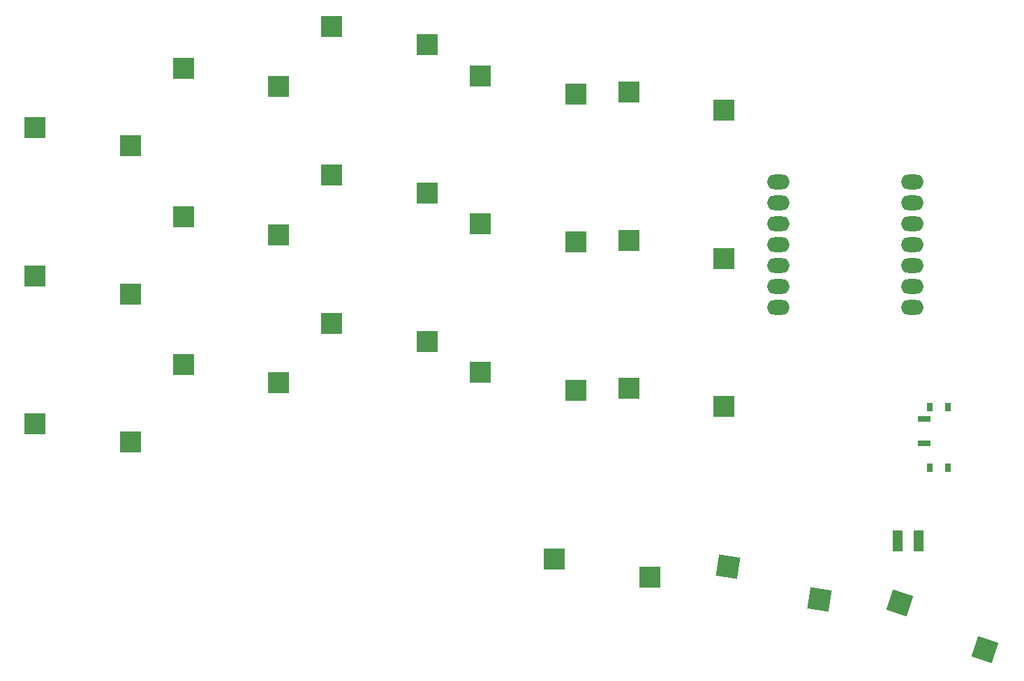
<source format=gbr>
%TF.GenerationSoftware,KiCad,Pcbnew,9.0.4*%
%TF.CreationDate,2025-09-04T10:39:47+02:00*%
%TF.ProjectId,avocado_v3,61766f63-6164-46f5-9f76-332e6b696361,0.0.3*%
%TF.SameCoordinates,Original*%
%TF.FileFunction,Paste,Bot*%
%TF.FilePolarity,Positive*%
%FSLAX46Y46*%
G04 Gerber Fmt 4.6, Leading zero omitted, Abs format (unit mm)*
G04 Created by KiCad (PCBNEW 9.0.4) date 2025-09-04 10:39:47*
%MOMM*%
%LPD*%
G01*
G04 APERTURE LIST*
G04 Aperture macros list*
%AMRotRect*
0 Rectangle, with rotation*
0 The origin of the aperture is its center*
0 $1 length*
0 $2 width*
0 $3 Rotation angle, in degrees counterclockwise*
0 Add horizontal line*
21,1,$1,$2,0,0,$3*%
G04 Aperture macros list end*
%ADD10O,2.750000X1.800000*%
%ADD11R,2.600000X2.600000*%
%ADD12RotRect,2.600000X2.600000X351.000000*%
%ADD13RotRect,2.600000X2.600000X342.000000*%
%ADD14R,1.250000X2.500000*%
%ADD15R,0.800000X1.000000*%
%ADD16R,1.500000X0.700000*%
G04 APERTURE END LIST*
D10*
%TO.C,MCU1*%
X113780040Y-38750000D03*
X113780040Y-41290000D03*
X113780040Y-43830000D03*
X113780040Y-46370000D03*
X113780040Y-48910000D03*
X113780040Y-51450000D03*
X113780040Y-53990000D03*
X129969960Y-53990000D03*
X129969960Y-51450000D03*
X129969960Y-48910000D03*
X129969960Y-46370000D03*
X129969960Y-43830000D03*
X129969960Y-41290000D03*
X129969960Y-38750000D03*
%TD*%
D11*
%TO.C,S9*%
X59600000Y-19900000D03*
X71150000Y-22100000D03*
%TD*%
%TO.C,S5*%
X41600000Y-42940000D03*
X53150000Y-45140000D03*
%TD*%
%TO.C,S16*%
X86600000Y-84520000D03*
X98150000Y-86720000D03*
%TD*%
D12*
%TO.C,S17*%
X107682674Y-85522084D03*
X118746318Y-89501816D03*
%TD*%
D13*
%TO.C,S18*%
X128473162Y-89897784D03*
X138778027Y-95559255D03*
%TD*%
D11*
%TO.C,S11*%
X77600000Y-43840000D03*
X89150000Y-46040000D03*
%TD*%
%TO.C,S10*%
X77600000Y-61840000D03*
X89150000Y-64040000D03*
%TD*%
%TO.C,S4*%
X41600000Y-60940000D03*
X53150000Y-63140000D03*
%TD*%
%TO.C,S8*%
X59600000Y-37900000D03*
X71150000Y-40100000D03*
%TD*%
%TO.C,S1*%
X23600000Y-68140000D03*
X35150000Y-70340000D03*
%TD*%
D14*
%TO.C,PAD1*%
X128225000Y-82370000D03*
X130725000Y-82370000D03*
%TD*%
D11*
%TO.C,S3*%
X23600000Y-32140000D03*
X35150000Y-34340000D03*
%TD*%
%TO.C,S12*%
X77600000Y-25840000D03*
X89150000Y-28040000D03*
%TD*%
%TO.C,S13*%
X95600000Y-63820000D03*
X107150000Y-66020000D03*
%TD*%
%TO.C,S15*%
X95600000Y-27820000D03*
X107150000Y-30020000D03*
%TD*%
%TO.C,S7*%
X59600000Y-55900000D03*
X71150000Y-58100000D03*
%TD*%
%TO.C,S6*%
X41600000Y-24940000D03*
X53150000Y-27140000D03*
%TD*%
%TO.C,S2*%
X23600000Y-50140000D03*
X35150000Y-52340000D03*
%TD*%
%TO.C,S14*%
X95600000Y-45820000D03*
X107150000Y-48020000D03*
%TD*%
D15*
%TO.C,T1*%
X132095000Y-73420000D03*
X134305000Y-73420000D03*
X132095000Y-66120000D03*
X134305000Y-66120000D03*
D16*
X131445000Y-67520000D03*
X131445000Y-70520000D03*
%TD*%
M02*

</source>
